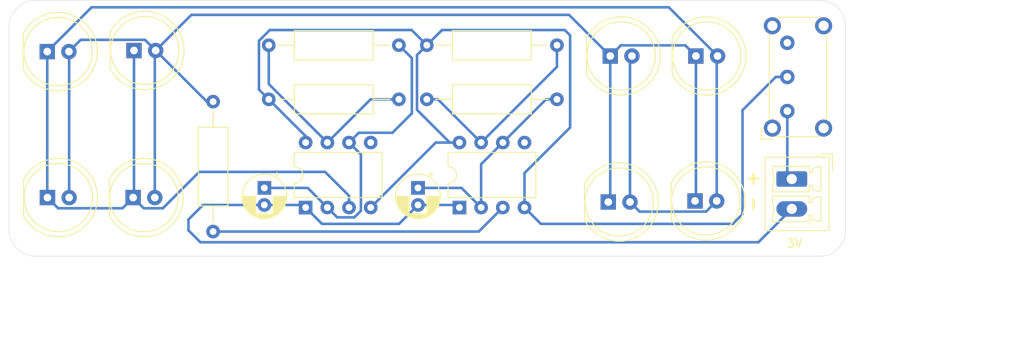
<source format=kicad_pcb>
(kicad_pcb (version 20211014) (generator pcbnew)
  (layers (0 "F.Cu" signal) (31 "B.Cu" signal) (34 "B.Paste" user) (35 "F.Paste" user) (36 "B.SilkS" user "B.Silkscreen") (37 "F.SilkS" user "F.Silkscreen") (38 "B.Mask" user) (39 "F.Mask" user) (44 "Edge.Cuts" user))
  (net 0 "")
  (net 1 "GND")
  (net 2 "Net-(BT1-Pad1)")
  (net 3 "Net-(C1-Pad1)")
  (net 4 "Net-(C2-Pad1)")
  (net 5 "Net-(D1-Pad2)")
  (net 6 "Net-(D1-Pad1)")
  (net 7 "VCC")
  (net 8 "Net-(R1-Pad1)")
  (net 9 "Net-(R3-Pad1)")
  (net 12 "Net-(R5-Pad1)")
  (footprint "Package_DIP:DIP-8_W7.62mm" (layer "F.Cu") (at 96.76279 114.29 90)
    (fp_text reference "U1" hide)
    (fp_text value "LM555xN")
    (fp_line (start 6.46 8.95) (end 6.46 -1.33) (layer "F.SilkS") (width 0.12))
    (fp_line (start 6.46 -1.33) (end 4.81 -1.33) (layer "F.SilkS") (width 0.12))
    (fp_line (start 1.16 -1.33) (end 1.16 8.95) (layer "F.SilkS") (width 0.12))
    (fp_line (start 1.16 8.95) (end 6.46 8.95) (layer "F.SilkS") (width 0.12))
    (fp_line (start 2.81 -1.33) (end 1.16 -1.33) (layer "F.SilkS") (width 0.12))
    (fp_arc (start 4.81 -1.33) (mid 3.81 -0.33) (end 2.81 -1.33) (layer "F.SilkS") (width 0.12))
    (pad "1" thru_hole rect (at 0 0 90) (size 1.6 1.6) (drill 0.8) (layers *.Cu *.Mask) (net 1 "GND"))
    (pad "2" thru_hole oval (at 0 2.54 90) (size 1.6 1.6) (drill 0.8) (layers *.Cu *.Mask) (net 3 "Net-(C1-Pad1)"))
    (pad "3" thru_hole oval (at 0 5.08 90) (size 1.6 1.6) (drill 0.8) (layers *.Cu *.Mask) (net 12 "Net-(R5-Pad1)"))
    (pad "4" thru_hole oval (at 0 7.62 90) (size 1.6 1.6) (drill 0.8) (layers *.Cu *.Mask) (net 7 "VCC"))
    (pad "5" thru_hole oval (at 7.62 7.62 90) (size 1.6 1.6) (drill 0.8) (layers *.Cu *.Mask))
    (pad "6" thru_hole oval (at 7.62 5.08 90) (size 1.6 1.6) (drill 0.8) (layers *.Cu *.Mask) (net 3 "Net-(C1-Pad1)"))
    (pad "7" thru_hole oval (at 7.62 2.54 90) (size 1.6 1.6) (drill 0.8) (layers *.Cu *.Mask) (net 8 "Net-(R1-Pad1)"))
    (pad "8" thru_hole oval (at 7.62 0 90) (size 1.6 1.6) (drill 0.8) (layers *.Cu *.Mask) (net 7 "VCC"))
  )
  (footprint "Capacitor_THT:CP_Radial_D5.0mm_P2.00mm" (layer "F.Cu") (at 91.91 111.99 -90)
    (fp_text reference "C1" hide)
    (fp_text value "100u")
    (fp_line (start 2.321 1.04) (end 2.321 2.224) (layer "F.SilkS") (width 0.12))
    (fp_line (start 1.2 1.04) (end 1.2 2.573) (layer "F.SilkS") (width 0.12))
    (fp_line (start 2.801 1.04) (end 2.801 1.864) (layer "F.SilkS") (width 0.12))
    (fp_line (start 3.401 -1.011) (end 3.401 1.011) (layer "F.SilkS") (width 0.12))
    (fp_line (start 2.241 1.04) (end 2.241 2.268) (layer "F.SilkS") (width 0.12))
    (fp_line (start 1.08 1.04) (end 1.08 2.579) (layer "F.SilkS") (width 0.12))
    (fp_line (start 1.52 1.04) (end 1.52 2.528) (layer "F.SilkS") (width 0.12))
    (fp_line (start 1.68 1.04) (end 1.68 2.491) (layer "F.SilkS") (width 0.12))
    (fp_line (start 3.601 -0.284) (end 3.601 0.284) (layer "F.SilkS") (width 0.12))
    (fp_line (start 2.201 1.04) (end 2.201 2.29) (layer "F.SilkS") (width 0.12))
    (fp_line (start 2.481 -2.122) (end 2.481 -1.04) (layer "F.SilkS") (width 0.12))
    (fp_line (start 1.56 -2.52) (end 1.56 -1.04) (layer "F.SilkS") (width 0.12))
    (fp_line (start 2.161 -2.31) (end 2.161 -1.04) (layer "F.SilkS") (width 0.12))
    (fp_line (start 3.241 -1.319) (end 3.241 1.319) (layer "F.SilkS") (width 0.12))
    (fp_line (start 1.961 1.04) (end 1.961 2.398) (layer "F.SilkS") (width 0.12))
    (fp_line (start 1.921 1.04) (end 1.921 2.414) (layer "F.SilkS") (width 0.12))
    (fp_line (start 1.881 1.04) (end 1.881 2.428) (layer "F.SilkS") (width 0.12))
    (fp_line (start 1.4 1.04) (end 1.4 2.55) (layer "F.SilkS") (width 0.12))
    (fp_line (start 1.721 1.04) (end 1.721 2.48) (layer "F.SilkS") (width 0.12))
    (fp_line (start 1.721 -2.48) (end 1.721 -1.04) (layer "F.SilkS") (width 0.12))
    (fp_line (start 1.24 -2.569) (end 1.24 -1.04) (layer "F.SilkS") (width 0.12))
    (fp_line (start 3.161 -1.443) (end 3.161 1.443) (layer "F.SilkS") (width 0.12))
    (fp_line (start 2.121 1.04) (end 2.121 2.329) (layer "F.SilkS") (width 0.12))
    (fp_line (start 2.121 -2.329) (end 2.121 -1.04) (layer "F.SilkS") (width 0.12))
    (fp_line (start 1.961 -2.398) (end 1.961 -1.04) (layer "F.SilkS") (width 0.12))
    (fp_line (start 2.841 1.04) (end 2.841 1.826) (layer "F.SilkS") (width 0.12))
    (fp_line (start 2.521 -2.095) (end 2.521 -1.04) (layer "F.SilkS") (width 0.12))
    (fp_line (start 1.16 1.04) (end 1.16 2.576) (layer "F.SilkS") (width 0.12))
    (fp_line (start 2.161 1.04) (end 2.161 2.31) (layer "F.SilkS") (width 0.12))
    (fp_line (start 1.32 1.04) (end 1.32 2.561) (layer "F.SilkS") (width 0.12))
    (fp_line (start 1.841 -2.442) (end 1.841 -1.04) (layer "F.SilkS") (width 0.12))
    (fp_line (start 2.201 -2.29) (end 2.201 -1.04) (layer "F.SilkS") (width 0.12))
    (fp_line (start 1.48 -2.536) (end 1.48 -1.04) (layer "F.SilkS") (width 0.12))
    (fp_line (start 2.001 -2.382) (end 2.001 -1.04) (layer "F.SilkS") (width 0.12))
    (fp_line (start 3.001 -1.653) (end 3.001 -1.04) (layer "F.SilkS") (width 0.12))
    (fp_line (start 2.601 -2.035) (end 2.601 -1.04) (layer "F.SilkS") (width 0.12))
    (fp_line (start 2.001 1.04) (end 2.001 2.382) (layer "F.SilkS") (width 0.12))
    (fp_line (start 3.201 -1.383) (end 3.201 1.383) (layer "F.SilkS") (width 0.12))
    (fp_line (start 2.321 -2.224) (end 2.321 -1.04) (layer "F.SilkS") (width 0.12))
    (fp_line (start 3.361 -1.098) (end 3.361 1.098) (layer "F.SilkS") (width 0.12))
    (fp_line (start 1.2 -2.573) (end 1.2 -1.04) (layer "F.SilkS") (width 0.12))
    (fp_line (start -1.554775 -1.725) (end -1.554775 -1.225) (layer "F.SilkS") (width 0.12))
    (fp_line (start 1.6 1.04) (end 1.6 2.511) (layer "F.SilkS") (width 0.12))
    (fp_line (start 2.081 1.04) (end 2.081 2.348) (layer "F.SilkS") (width 0.12))
    (fp_line (start 1.761 -2.468) (end 1.761 -1.04) (layer "F.SilkS") (width 0.12))
    (fp_line (start 1.841 1.04) (end 1.841 2.442) (layer "F.SilkS") (width 0.12))
    (fp_line (start 2.681 1.04) (end 2.681 1.971) (layer "F.SilkS") (width 0.12))
    (fp_line (start 1.52 -2.528) (end 1.52 -1.04) (layer "F.SilkS") (width 0.12))
    (fp_line (start 1.12 -2.578) (end 1.12 -1.04) (layer "F.SilkS") (width 0.12))
    (fp_line (start 2.761 1.04) (end 2.761 1.901) (layer "F.SilkS") (width 0.12))
    (fp_line (start 2.401 -2.175) (end 2.401 -1.04) (layer "F.SilkS") (width 0.12))
    (fp_line (start 1.24 1.04) (end 1.24 2.569) (layer "F.SilkS") (width 0.12))
    (fp_line (start 1.881 -2.428) (end 1.881 -1.04) (layer "F.SilkS") (width 0.12))
    (fp_line (start 1.04 -2.58) (end 1.04 -1.04) (layer "F.SilkS") (width 0.12))
    (fp_line (start 2.921 -1.743) (end 2.921 -1.04) (layer "F.SilkS") (width 0.12))
    (fp_line (start 2.921 1.04) (end 2.921 1.743) (layer "F.SilkS") (width 0.12))
    (fp_line (start 3.001 1.04) (end 3.001 1.653) (layer "F.SilkS") (width 0.12))
    (fp_line (start 2.561 -2.065) (end 2.561 -1.04) (layer "F.SilkS") (width 0.12))
    (fp_line (start 1.921 -2.414) (end 1.921 -1.04) (layer "F.SilkS") (width 0.12))
    (fp_line (start 2.881 -1.785) (end 2.881 -1.04) (layer "F.SilkS") (width 0.12))
    (fp_line (start 3.321 -1.178) (end 3.321 1.178) (layer "F.SilkS") (width 0.12))
    (fp_line (start 1.32 -2.561) (end 1.32 -1.04) (layer "F.SilkS") (width 0.12))
    (fp_line (start 2.081 -2.348) (end 2.081 -1.04) (layer "F.SilkS") (width 0.12))
    (fp_line (start 2.041 -2.365) (end 2.041 -1.04) (layer "F.SilkS") (width 0.12))
    (fp_line (start 3.441 -0.915) (end 3.441 0.915) (layer "F.SilkS") (width 0.12))
    (fp_line (start 3.521 -0.677) (end 3.521 0.677) (layer "F.SilkS") (width 0.12))
    (fp_line (start 1.801 1.04) (end 1.801 2.455) (layer "F.SilkS") (width 0.12))
    (fp_line (start 2.841 -1.826) (end 2.841 -1.04) (layer "F.SilkS") (width 0.12))
    (fp_line (start 2.761 -1.901) (end 2.761 -1.04) (layer "F.SilkS") (width 0.12))
    (fp_line (start 1.04 1.04) (end 1.04 2.58) (layer "F.SilkS") (width 0.12))
    (fp_line (start 1 1.04) (end 1 2.58) (layer "F.SilkS") (width 0.12))
    (fp_line (start 2.641 1.04) (end 2.641 2.004) (layer "F.SilkS") (width 0.12))
    (fp_line (start 2.961 -1.699) (end 2.961 -1.04) (layer "F.SilkS") (width 0.12))
    (fp_line (start 1.28 -2.565) (end 1.28 -1.04) (layer "F.SilkS") (width 0.12))
    (fp_line (start 1.761 1.04) (end 1.761 2.468) (layer "F.SilkS") (width 0.12))
    (fp_line (start 2.241 -2.268) (end 2.241 -1.04) (layer "F.SilkS") (width 0.12))
    (fp_line (start 1.48 1.04) (end 1.48 2.536) (layer "F.SilkS") (width 0.12))
    (fp_line (start 1.64 1.04) (end 1.64 2.501) (layer "F.SilkS") (width 0.12))
    (fp_line (start 1.36 1.04) (end 1.36 2.556) (layer "F.SilkS") (width 0.12))
    (fp_line (start 1.28 1.04) (end 1.28 2.565) (layer "F.SilkS") (width 0.12))
    (fp_line (start 1.56 1.04) (end 1.56 2.52) (layer "F.SilkS") (width 0.12))
    (fp_line (start 1.12 1.04) (end 1.12 2.578) (layer "F.SilkS") (width 0.12))
    (fp_line (start 3.041 -1.605) (end 3.041 1.605) (layer "F.SilkS") (width 0.12))
    (fp_line (start 1.36 -2.556) (end 1.36 -1.04) (layer "F.SilkS") (width 0.12))
    (fp_line (start 2.561 1.04) (end 2.561 2.065) (layer "F.SilkS") (width 0.12))
    (fp_line (start 1.68 -2.491) (end 1.68 -1.04) (layer "F.SilkS") (width 0.12))
    (fp_line (start 2.721 -1.937) (end 2.721 -1.04) (layer "F.SilkS") (width 0.12))
    (fp_line (start 1 -2.58) (end 1 -1.04) (layer "F.SilkS") (width 0.12))
    (fp_line (start 1.4 -2.55) (end 1.4 -1.04) (layer "F.SilkS") (width 0.12))
    (fp_line (start 2.681 -1.971) (end 2.681 -1.04) (layer "F.SilkS") (width 0.12))
    (fp_line (start 1.08 -2.579) (end 1.08 -1.04) (layer "F.SilkS") (width 0.12))
    (fp_line (start 2.721 1.04) (end 2.721 1.937) (layer "F.SilkS") (width 0.12))
    (fp_line (start 1.16 -2.576) (end 1.16 -1.04) (layer "F.SilkS") (width 0.12))
    (fp_line (start 3.561 -0.518) (end 3.561 0.518) (layer "F.SilkS") (width 0.12))
    (fp_line (start 2.361 -2.2) (end 2.361 -1.04) (layer "F.SilkS") (width 0.12))
    (fp_line (start 2.601 1.04) (end 2.601 2.035) (layer "F.SilkS") (width 0.12))
    (fp_line (start 2.641 -2.004) (end 2.641 -1.04) (layer "F.SilkS") (width 0.12))
    (fp_line (start 3.481 -0.805) (end 3.481 0.805) (layer "F.SilkS") (width 0.12))
    (fp_line (start 2.961 1.04) (end 2.961 1.699) (layer "F.SilkS") (width 0.12))
    (fp_line (start 2.441 -2.149) (end 2.441 -1.04) (layer "F.SilkS") (width 0.12))
    (fp_line (start 2.401 1.04) (end 2.401 2.175) (layer "F.SilkS") (width 0.12))
    (fp_line (start 2.521 1.04) (end 2.521 2.095) (layer "F.SilkS") (width 0.12))
    (fp_line (start 1.44 1.04) (end 1.44 2.543) (layer "F.SilkS") (width 0.12))
    (fp_line (start 2.281 1.04) (end 2.281 2.247) (layer "F.SilkS") (width 0.12))
    (fp_line (start 2.361 1.04) (end 2.361 2.2) (layer "F.SilkS") (width 0.12))
    (fp_line (start 2.281 -2.247) (end 2.281 -1.04) (layer "F.SilkS") (width 0.12))
    (fp_line (start 3.281 -1.251) (end 3.281 1.251) (layer "F.SilkS") (width 0.12))
    (fp_line (start 3.081 -1.554) (end 3.081 1.554) (layer "F.SilkS") (width 0.12))
    (fp_line (start 2.041 1.04) (end 2.041 2.365) (layer "F.SilkS") (width 0.12))
    (fp_line (start 1.64 -2.501) (end 1.64 -1.04) (layer "F.SilkS") (width 0.12))
    (fp_line (start 2.441 1.04) (end 2.441 2.149) (layer "F.SilkS") (width 0.12))
    (fp_line (start 3.121 -1.5) (end 3.121 1.5) (layer "F.SilkS") (width 0.12))
    (fp_line (start 1.44 -2.543) (end 1.44 -1.04) (layer "F.SilkS") (width 0.12))
    (fp_line (start 2.481 1.04) (end 2.481 2.122) (layer "F.SilkS") (width 0.12))
    (fp_line (start -1.804775 -1.475) (end -1.304775 -1.475) (layer "F.SilkS") (width 0.12))
    (fp_line (start 2.881 1.04) (end 2.881 1.785) (layer "F.SilkS") (width 0.12))
    (fp_line (start 1.6 -2.511) (end 1.6 -1.04) (layer "F.SilkS") (width 0.12))
    (fp_line (start 2.801 -1.864) (end 2.801 -1.04) (layer "F.SilkS") (width 0.12))
    (fp_line (start 1.801 -2.455) (end 1.801 -1.04) (layer "F.SilkS") (width 0.12))
    (fp_circle (center 1 0) (end 3.62 0) (layer "F.SilkS") (width 0.12) (fill none))
    (pad "1" thru_hole rect (at 0 0 270) (size 1.6 1.6) (drill 0.8) (layers *.Cu *.Mask) (net 3 "Net-(C1-Pad1)"))
    (pad "2" thru_hole circle (at 2 0 270) (size 1.6 1.6) (drill 0.8) (layers *.Cu *.Mask) (net 1 "GND"))
  )
  (footprint "Resistor_THT:R_Axial_DIN0309_L9.0mm_D3.2mm_P15.24mm_Horizontal" (layer "F.Cu") (at 108.18279 95.25 180)
    (fp_text reference "R1" hide)
    (fp_text value "4k7")
    (fp_line (start 12.24 -1.72) (end 3 -1.72) (layer "F.SilkS") (width 0.12))
    (fp_line (start 3 1.72) (end 12.24 1.72) (layer "F.SilkS") (width 0.12))
    (fp_line (start 14.2 0) (end 12.24 0) (layer "F.SilkS") (width 0.12))
    (fp_line (start 1.04 0) (end 3 0) (layer "F.SilkS") (width 0.12))
    (fp_line (start 12.24 1.72) (end 12.24 -1.72) (layer "F.SilkS") (width 0.12))
    (fp_line (start 3 -1.72) (end 3 1.72) (layer "F.SilkS") (width 0.12))
    (pad "1" thru_hole circle (at 0 0 180) (size 1.6 1.6) (drill 0.8) (layers *.Cu *.Mask) (net 8 "Net-(R1-Pad1)"))
    (pad "2" thru_hole oval (at 15.24 0 180) (size 1.6 1.6) (drill 0.8) (layers *.Cu *.Mask) (net 7 "VCC"))
  )
  (footprint "LED_THT:LED_D8.0mm" (layer "F.Cu") (at 58.643 95.873)
    (fp_text reference "D2" hide)
    (fp_text value "LED_ALT")
    (fp_line (start -2.79 -2.142) (end -2.79 2.142) (layer "F.SilkS") (width 0.12))
    (fp_arc (start -2.79 -2.141145) (mid 2.373119 -4.455472) (end 5.86 0.000486) (layer "F.SilkS") (width 0.12))
    (fp_arc (start 5.86 -0.000486) (mid 2.373119 4.455472) (end -2.79 2.141145) (layer "F.SilkS") (width 0.12))
    (fp_circle (center 1.27 0) (end 5.27 0) (layer "F.SilkS") (width 0.12) (fill none))
    (pad "1" thru_hole rect (at 0 0) (size 1.8 1.8) (drill 0.9) (layers *.Cu *.Mask) (net 6 "Net-(D1-Pad1)"))
    (pad "2" thru_hole circle (at 2.54 0) (size 1.8 1.8) (drill 0.9) (layers *.Cu *.Mask) (net 5 "Net-(D1-Pad2)"))
  )
  (footprint "LED_THT:LED_D8.0mm" (layer "F.Cu") (at 48.509 113.127)
    (fp_text reference "D5" hide)
    (fp_text value "LED_ALT")
    (fp_line (start -2.79 -2.142) (end -2.79 2.142) (layer "F.SilkS") (width 0.12))
    (fp_arc (start -2.79 -2.141145) (mid 2.373119 -4.455472) (end 5.86 0.000486) (layer "F.SilkS") (width 0.12))
    (fp_arc (start 5.86 -0.000486) (mid 2.373119 4.455472) (end -2.79 2.141145) (layer "F.SilkS") (width 0.12))
    (fp_circle (center 1.27 0) (end 5.27 0) (layer "F.SilkS") (width 0.12) (fill none))
    (pad "1" thru_hole rect (at 0 0) (size 1.8 1.8) (drill 0.9) (layers *.Cu *.Mask) (net 6 "Net-(D1-Pad1)"))
    (pad "2" thru_hole circle (at 2.54 0) (size 1.8 1.8) (drill 0.9) (layers *.Cu *.Mask) (net 5 "Net-(D1-Pad2)"))
  )
  (footprint "LED_THT:LED_D8.0mm" (layer "F.Cu") (at 58.542 113.127)
    (fp_text reference "D6" hide)
    (fp_text value "LED_ALT")
    (fp_line (start -2.79 -2.142) (end -2.79 2.142) (layer "F.SilkS") (width 0.12))
    (fp_arc (start 5.86 -0.000486) (mid 2.373119 4.455472) (end -2.79 2.141145) (layer "F.SilkS") (width 0.12))
    (fp_arc (start -2.79 -2.141145) (mid 2.373119 -4.455472) (end 5.86 0.000486) (layer "F.SilkS") (width 0.12))
    (fp_circle (center 1.27 0) (end 5.27 0) (layer "F.SilkS") (width 0.12) (fill none))
    (pad "1" thru_hole rect (at 0 0) (size 1.8 1.8) (drill 0.9) (layers *.Cu *.Mask) (net 6 "Net-(D1-Pad1)"))
    (pad "2" thru_hole circle (at 2.54 0) (size 1.8 1.8) (drill 0.9) (layers *.Cu *.Mask) (net 5 "Net-(D1-Pad2)"))
  )
  (footprint "Resistor_THT:R_Axial_DIN0309_L9.0mm_D3.2mm_P15.24mm_Horizontal" (layer "F.Cu") (at 92.94279 101.6)
    (fp_text reference "R2" hide)
    (fp_text value "4k7")
    (fp_line (start 1.04 0) (end 3 0) (layer "F.SilkS") (width 0.12))
    (fp_line (start 3 -1.72) (end 3 1.72) (layer "F.SilkS") (width 0.12))
    (fp_line (start 12.24 1.72) (end 12.24 -1.72) (layer "F.SilkS") (width 0.12))
    (fp_line (start 3 1.72) (end 12.24 1.72) (layer "F.SilkS") (width 0.12))
    (fp_line (start 12.24 -1.72) (end 3 -1.72) (layer "F.SilkS") (width 0.12))
    (fp_line (start 14.2 0) (end 12.24 0) (layer "F.SilkS") (width 0.12))
    (pad "1" thru_hole circle (at 0 0) (size 1.6 1.6) (drill 0.8) (layers *.Cu *.Mask) (net 8 "Net-(R1-Pad1)"))
    (pad "2" thru_hole oval (at 15.24 0) (size 1.6 1.6) (drill 0.8) (layers *.Cu *.Mask) (net 3 "Net-(C1-Pad1)"))
  )
  (footprint "Package_DIP:DIP-8_W7.62mm" (layer "F.Cu") (at 78.75 114.29 90)
    (fp_text reference "U2" hide)
    (fp_text value "LM555xN")
    (fp_line (start 2.81 -1.33) (end 1.16 -1.33) (layer "F.SilkS") (width 0.12))
    (fp_line (start 6.46 8.95) (end 6.46 -1.33) (layer "F.SilkS") (width 0.12))
    (fp_line (start 1.16 8.95) (end 6.46 8.95) (layer "F.SilkS") (width 0.12))
    (fp_line (start 1.16 -1.33) (end 1.16 8.95) (layer "F.SilkS") (width 0.12))
    (fp_line (start 6.46 -1.33) (end 4.81 -1.33) (layer "F.SilkS") (width 0.12))
    (fp_arc (start 4.81 -1.33) (mid 3.81 -0.33) (end 2.81 -1.33) (layer "F.SilkS") (width 0.12))
    (pad "1" thru_hole rect (at 0 0 90) (size 1.6 1.6) (drill 0.8) (layers *.Cu *.Mask) (net 1 "GND"))
    (pad "2" thru_hole oval (at 0 2.54 90) (size 1.6 1.6) (drill 0.8) (layers *.Cu *.Mask) (net 4 "Net-(C2-Pad1)"))
    (pad "3" thru_hole oval (at 0 5.08 90) (size 1.6 1.6) (drill 0.8) (layers *.Cu *.Mask) (net 6 "Net-(D1-Pad1)"))
    (pad "4" thru_hole oval (at 0 7.62 90) (size 1.6 1.6) (drill 0.8) (layers *.Cu *.Mask) (net 7 "VCC"))
    (pad "5" thru_hole oval (at 7.62 7.62 90) (size 1.6 1.6) (drill 0.8) (layers *.Cu *.Mask))
    (pad "6" thru_hole oval (at 7.62 5.08 90) (size 1.6 1.6) (drill 0.8) (layers *.Cu *.Mask) (net 4 "Net-(C2-Pad1)"))
    (pad "7" thru_hole oval (at 7.62 2.54 90) (size 1.6 1.6) (drill 0.8) (layers *.Cu *.Mask) (net 9 "Net-(R3-Pad1)"))
    (pad "8" thru_hole oval (at 7.62 0 90) (size 1.6 1.6) (drill 0.8) (layers *.Cu *.Mask) (net 7 "VCC"))
  )
  (footprint "LED_THT:LED_D8.0mm" (layer "F.Cu") (at 124.46 96.52)
    (fp_text reference "D4" hide)
    (fp_text value "LED_ALT")
    (fp_line (start -2.79 -2.142) (end -2.79 2.142) (layer "F.SilkS") (width 0.12))
    (fp_arc (start 5.86 -0.000486) (mid 2.373119 4.455472) (end -2.79 2.141145) (layer "F.SilkS") (width 0.12))
    (fp_arc (start -2.79 -2.141145) (mid 2.373119 -4.455472) (end 5.86 0.000486) (layer "F.SilkS") (width 0.12))
    (fp_circle (center 1.27 0) (end 5.27 0) (layer "F.SilkS") (width 0.12) (fill none))
    (pad "1" thru_hole rect (at 0 0) (size 1.8 1.8) (drill 0.9) (layers *.Cu *.Mask) (net 5 "Net-(D1-Pad2)"))
    (pad "2" thru_hole circle (at 2.54 0) (size 1.8 1.8) (drill 0.9) (layers *.Cu *.Mask) (net 6 "Net-(D1-Pad1)"))
  )
  (footprint "Capacitor_THT:CP_Radial_D5.0mm_P2.00mm" (layer "F.Cu") (at 73.91 111.99 -90)
    (fp_text reference "C2" hide)
    (fp_text value "10u")
    (fp_line (start 2.721 1.04) (end 2.721 1.937) (layer "F.SilkS") (width 0.12))
    (fp_line (start 1.32 1.04) (end 1.32 2.561) (layer "F.SilkS") (width 0.12))
    (fp_line (start 2.401 -2.175) (end 2.401 -1.04) (layer "F.SilkS") (width 0.12))
    (fp_line (start 2.121 1.04) (end 2.121 2.329) (layer "F.SilkS") (width 0.12))
    (fp_line (start 2.841 1.04) (end 2.841 1.826) (layer "F.SilkS") (width 0.12))
    (fp_line (start 3.561 -0.518) (end 3.561 0.518) (layer "F.SilkS") (width 0.12))
    (fp_line (start 1.68 -2.491) (end 1.68 -1.04) (layer "F.SilkS") (width 0.12))
    (fp_line (start 2.241 1.04) (end 2.241 2.268) (layer "F.SilkS") (width 0.12))
    (fp_line (start 1.68 1.04) (end 1.68 2.491) (layer "F.SilkS") (width 0.12))
    (fp_line (start 1.16 1.04) (end 1.16 2.576) (layer "F.SilkS") (width 0.12))
    (fp_line (start 2.881 -1.785) (end 2.881 -1.04) (layer "F.SilkS") (width 0.12))
    (fp_line (start 2.441 -2.149) (end 2.441 -1.04) (layer "F.SilkS") (width 0.12))
    (fp_line (start 1.2 -2.573) (end 1.2 -1.04) (layer "F.SilkS") (width 0.12))
    (fp_line (start 2.681 -1.971) (end 2.681 -1.04) (layer "F.SilkS") (width 0.12))
    (fp_line (start -1.554775 -1.725) (end -1.554775 -1.225) (layer "F.SilkS") (width 0.12))
    (fp_line (start 2.281 -2.247) (end 2.281 -1.04) (layer "F.SilkS") (width 0.12))
    (fp_line (start 1.64 -2.501) (end 1.64 -1.04) (layer "F.SilkS") (width 0.12))
    (fp_line (start 1.52 -2.528) (end 1.52 -1.04) (layer "F.SilkS") (width 0.12))
    (fp_line (start 3.401 -1.011) (end 3.401 1.011) (layer "F.SilkS") (width 0.12))
    (fp_line (start 2.561 1.04) (end 2.561 2.065) (layer "F.SilkS") (width 0.12))
    (fp_line (start 1.721 -2.48) (end 1.721 -1.04) (layer "F.SilkS") (width 0.12))
    (fp_line (start 1.961 1.04) (end 1.961 2.398) (layer "F.SilkS") (width 0.12))
    (fp_line (start 1.841 1.04) (end 1.841 2.442) (layer "F.SilkS") (width 0.12))
    (fp_line (start 2.681 1.04) (end 2.681 1.971) (layer "F.SilkS") (width 0.12))
    (fp_line (start 3.361 -1.098) (end 3.361 1.098) (layer "F.SilkS") (width 0.12))
    (fp_line (start 3.121 -1.5) (end 3.121 1.5) (layer "F.SilkS") (width 0.12))
    (fp_line (start 3.601 -0.284) (end 3.601 0.284) (layer "F.SilkS") (width 0.12))
    (fp_line (start 1.841 -2.442) (end 1.841 -1.04) (layer "F.SilkS") (width 0.12))
    (fp_line (start 1.08 1.04) (end 1.08 2.579) (layer "F.SilkS") (width 0.12))
    (fp_line (start -1.804775 -1.475) (end -1.304775 -1.475) (layer "F.SilkS") (width 0.12))
    (fp_line (start 2.761 -1.901) (end 2.761 -1.04) (layer "F.SilkS") (width 0.12))
    (fp_line (start 1.36 -2.556) (end 1.36 -1.04) (layer "F.SilkS") (width 0.12))
    (fp_line (start 1.48 1.04) (end 1.48 2.536) (layer "F.SilkS") (width 0.12))
    (fp_line (start 2.361 -2.2) (end 2.361 -1.04) (layer "F.SilkS") (width 0.12))
    (fp_line (start 1.801 1.04) (end 1.801 2.455) (layer "F.SilkS") (width 0.12))
    (fp_line (start 1.881 -2.428) (end 1.881 -1.04) (layer "F.SilkS") (width 0.12))
    (fp_line (start 1.32 -2.561) (end 1.32 -1.04) (layer "F.SilkS") (width 0.12))
    (fp_line (start 2.961 1.04) (end 2.961 1.699) (layer "F.SilkS") (width 0.12))
    (fp_line (start 2.641 -2.004) (end 2.641 -1.04) (layer "F.SilkS") (width 0.12))
    (fp_line (start 1.28 1.04) (end 1.28 2.565) (layer "F.SilkS") (width 0.12))
    (fp_line (start 2.041 -2.365) (end 2.041 -1.04) (layer "F.SilkS") (width 0.12))
    (fp_line (start 1.761 -2.468) (end 1.761 -1.04) (layer "F.SilkS") (width 0.12))
    (fp_line (start 2.521 1.04) (end 2.521 2.095) (layer "F.SilkS") (width 0.12))
    (fp_line (start 2.201 1.04) (end 2.201 2.29) (layer "F.SilkS") (width 0.12))
    (fp_line (start 1.4 -2.55) (end 1.4 -1.04) (layer "F.SilkS") (width 0.12))
    (fp_line (start 3.321 -1.178) (end 3.321 1.178) (layer "F.SilkS") (width 0.12))
    (fp_line (start 2.401 1.04) (end 2.401 2.175) (layer "F.SilkS") (width 0.12))
    (fp_line (start 2.961 -1.699) (end 2.961 -1.04) (layer "F.SilkS") (width 0.12))
    (fp_line (start 1.28 -2.565) (end 1.28 -1.04) (layer "F.SilkS") (width 0.12))
    (fp_line (start 2.521 -2.095) (end 2.521 -1.04) (layer "F.SilkS") (width 0.12))
    (fp_line (start 1.4 1.04) (end 1.4 2.55) (layer "F.SilkS") (width 0.12))
    (fp_line (start 2.801 -1.864) (end 2.801 -1.04) (layer "F.SilkS") (width 0.12))
    (fp_line (start 3.161 -1.443) (end 3.161 1.443) (layer "F.SilkS") (width 0.12))
    (fp_line (start 2.161 -2.31) (end 2.161 -1.04) (layer "F.SilkS") (width 0.12))
    (fp_line (start 3.481 -0.805) (end 3.481 0.805) (layer "F.SilkS") (width 0.12))
    (fp_line (start 3.081 -1.554) (end 3.081 1.554) (layer "F.SilkS") (width 0.12))
    (fp_line (start 3.001 -1.653) (end 3.001 -1.04) (layer "F.SilkS") (width 0.12))
    (fp_line (start 1.6 -2.511) (end 1.6 -1.04) (layer "F.SilkS") (width 0.12))
    (fp_line (start 1.801 -2.455) (end 1.801 -1.04) (layer "F.SilkS") (width 0.12))
    (fp_line (start 2.041 1.04) (end 2.041 2.365) (layer "F.SilkS") (width 0.12))
    (fp_line (start 1.12 -2.578) (end 1.12 -1.04) (layer "F.SilkS") (width 0.12))
    (fp_line (start 2.241 -2.268) (end 2.241 -1.04) (layer "F.SilkS") (width 0.12))
    (fp_line (start 3.201 -1.383) (end 3.201 1.383) (layer "F.SilkS") (width 0.12))
    (fp_line (start 2.481 1.04) (end 2.481 2.122) (layer "F.SilkS") (width 0.12))
    (fp_line (start 2.081 1.04) (end 2.081 2.348) (layer "F.SilkS") (width 0.12))
    (fp_line (start 2.601 -2.035) (end 2.601 -1.04) (layer "F.SilkS") (width 0.12))
    (fp_line (start 3.041 -1.605) (end 3.041 1.605) (layer "F.SilkS") (width 0.12))
    (fp_line (start 1.48 -2.536) (end 1.48 -1.04) (layer "F.SilkS") (width 0.12))
    (fp_line (start 1.56 -2.52) (end 1.56 -1.04) (layer "F.SilkS") (width 0.12))
    (fp_line (start 1.24 1.04) (end 1.24 2.569) (layer "F.SilkS") (width 0.12))
    (fp_line (start 3.241 -1.319) (end 3.241 1.319) (layer "F.SilkS") (width 0.12))
    (fp_line (start 2.601 1.04) (end 2.601 2.035) (layer "F.SilkS") (width 0.12))
    (fp_line (start 1.16 -2.576) (end 1.16 -1.04) (layer "F.SilkS") (width 0.12))
    (fp_line (start 3.001 1.04) (end 3.001 1.653) (layer "F.SilkS") (width 0.12))
    (fp_line (start 2.001 -2.382) (end 2.001 -1.04) (layer "F.SilkS") (width 0.12))
    (fp_line (start 1.44 1.04) (end 1.44 2.543) (layer "F.SilkS") (width 0.12))
    (fp_line (start 1.921 1.04) (end 1.921 2.414) (layer "F.SilkS") (width 0.12))
    (fp_line (start 1.961 -2.398) (end 1.961 -1.04) (layer "F.SilkS") (width 0.12))
    (fp_line (start 2.761 1.04) (end 2.761 1.901) (layer "F.SilkS") (width 0.12))
    (fp_line (start 2.121 -2.329) (end 2.121 -1.04) (layer "F.SilkS") (width 0.12))
    (fp_line (start 2.201 -2.29) (end 2.201 -1.04) (layer "F.SilkS") (width 0.12))
    (fp_line (start 2.281 1.04) (end 2.281 2.247) (layer "F.SilkS") (width 0.12))
    (fp_line (start 2.921 -1.743) (end 2.921 -1.04) (layer "F.SilkS") (width 0.12))
    (fp_line (start 1.24 -2.569) (end 1.24 -1.04) (layer "F.SilkS") (width 0.12))
    (fp_line (start 1.761 1.04) (end 1.761 2.468) (layer "F.SilkS") (width 0.12))
    (fp_line (start 1.881 1.04) (end 1.881 2.428) (layer "F.SilkS") (width 0.12))
    (fp_line (start 2.841 -1.826) (end 2.841 -1.04) (layer "F.SilkS") (width 0.12))
    (fp_line (start 3.281 -1.251) (end 3.281 1.251) (layer "F.SilkS") (width 0.12))
    (fp_line (start 2.001 1.04) (end 2.001 2.382) (layer "F.SilkS") (width 0.12))
    (fp_line (start 1.56 1.04) (end 1.56 2.52) (layer "F.SilkS") (width 0.12))
    (fp_line (start 2.441 1.04) (end 2.441 2.149) (layer "F.SilkS") (width 0.12))
    (fp_line (start 1.04 -2.58) (end 1.04 -1.04) (layer "F.SilkS") (width 0.12))
    (fp_line (start 1 1.04) (end 1 2.58) (layer "F.SilkS") (width 0.12))
    (fp_line (start 1.64 1.04) (end 1.64 2.501) (layer "F.SilkS") (width 0.12))
    (fp_line (start 3.521 -0.677) (end 3.521 0.677) (layer "F.SilkS") (width 0.12))
    (fp_line (start 2.361 1.04) (end 2.361 2.2) (layer "F.SilkS") (width 0.12))
    (fp_line (start 2.321 1.04) (end 2.321 2.224) (layer "F.SilkS") (width 0.12))
    (fp_line (start 2.801 1.04) (end 2.801 1.864) (layer "F.SilkS") (width 0.12))
    (fp_line (start 2.161 1.04) (end 2.161 2.31) (layer "F.SilkS") (width 0.12))
    (fp_line (start 1.36 1.04) (end 1.36 2.556) (layer "F.SilkS") (width 0.12))
    (fp_line (start 1.04 1.04) (end 1.04 2.58) (layer "F.SilkS") (width 0.12))
    (fp_line (start 2.881 1.04) (end 2.881 1.785) (layer "F.SilkS") (width 0.12))
    (fp_line (start 1.52 1.04) (end 1.52 2.528) (layer "F.SilkS") (width 0.12))
    (fp_line (start 1.921 -2.414) (end 1.921 -1.04) (layer "F.SilkS") (width 0.12))
    (fp_line (start 2.081 -2.348) (end 2.081 -1.04) (layer "F.SilkS") (width 0.12))
    (fp_line (start 1.6 1.04) (end 1.6 2.511) (layer "F.SilkS") (width 0.12))
    (fp_line (start 2.561 -2.065) (end 2.561 -1.04) (layer "F.SilkS") (width 0.12))
    (fp_line (start 2.921 1.04) (end 2.921 1.743) (layer "F.SilkS") (width 0.12))
    (fp_line (start 1 -2.58) (end 1 -1.04) (layer "F.SilkS") (width 0.12))
    (fp_line (start 2.321 -2.224) (end 2.321 -1.04) (layer "F.SilkS") (width 0.12))
    (fp_line (start 3.441 -0.915) (end 3.441 0.915) (layer "F.SilkS") (width 0.12))
    (fp_line (start 1.08 -2.579) (end 1.08 -1.04) (layer "F.SilkS") (width 0.12))
    (fp_line (start 2.641 1.04) (end 2.641 2.004) (layer "F.SilkS") (width 0.12))
    (fp_line (start 1.12 1.04) (end 1.12 2.578) (layer "F.SilkS") (width 0.12))
    (fp_line (start 1.721 1.04) (end 1.721 2.48) (layer "F.SilkS") (width 0.12))
    (fp_line (start 2.481 -2.122) (end 2.481 -1.04) (layer "F.SilkS") (width 0.12))
    (fp_line (start 2.721 -1.937) (end 2.721 -1.04) (layer "F.SilkS") (width 0.12))
    (fp_line (start 1.44 -2.543) (end 1.44 -1.04) (layer "F.SilkS") (width 0.12))
    (fp_line (start 1.2 1.04) (end 1.2 2.573) (layer "F.SilkS") (width 0.12))
    (fp_circle (center 1 0) (end 3.62 0) (layer "F.SilkS") (width 0.12) (fill none))
    (pad "1" thru_hole rect (at 0 0 270) (size 1.6 1.6) (drill 0.8) (layers *.Cu *.Mask) (net 4 "Net-(C2-Pad1)"))
    (pad "2" thru_hole circle (at 2 0 270) (size 1.6 1.6) (drill 0.8) (layers *.Cu *.Mask) (net 1 "GND"))
  )
  (footprint "Resistor_THT:R_Axial_DIN0309_L9.0mm_D3.2mm_P15.24mm_Horizontal" (layer "F.Cu") (at 74.43 95.25)
    (fp_text reference "R4" hide)
    (fp_text value "4k7")
    (fp_line (start 3 1.72) (end 12.24 1.72) (layer "F.SilkS") (width 0.12))
    (fp_line (start 1.04 0) (end 3 0) (layer "F.SilkS") (width 0.12))
    (fp_line (start 12.24 -1.72) (end 3 -1.72) (layer "F.SilkS") (width 0.12))
    (fp_line (start 14.2 0) (end 12.24 0) (layer "F.SilkS") (width 0.12))
    (fp_line (start 3 -1.72) (end 3 1.72) (layer "F.SilkS") (width 0.12))
    (fp_line (start 12.24 1.72) (end 12.24 -1.72) (layer "F.SilkS") (width 0.12))
    (pad "1" thru_hole circle (at 0 0) (size 1.6 1.6) (drill 0.8) (layers *.Cu *.Mask) (net 9 "Net-(R3-Pad1)"))
    (pad "2" thru_hole oval (at 15.24 0) (size 1.6 1.6) (drill 0.8) (layers *.Cu *.Mask) (net 4 "Net-(C2-Pad1)"))
  )
  (footprint "LED_THT:LED_D8.0mm" (layer "F.Cu") (at 114.199 113.647)
    (fp_text reference "D7" hide)
    (fp_text value "LED_ALT")
    (fp_line (start -2.79 -2.142) (end -2.79 2.142) (layer "F.SilkS") (width 0.12))
    (fp_arc (start 5.86 -0.000486) (mid 2.373119 4.455472) (end -2.79 2.141145) (layer "F.SilkS") (width 0.12))
    (fp_arc (start -2.79 -2.141145) (mid 2.373119 -4.455472) (end 5.86 0.000486) (layer "F.SilkS") (width 0.12))
    (fp_circle (center 1.27 0) (end 5.27 0) (layer "F.SilkS") (width 0.12) (fill none))
    (pad "1" thru_hole rect (at 0 0) (size 1.8 1.8) (drill 0.9) (layers *.Cu *.Mask) (net 5 "Net-(D1-Pad2)"))
    (pad "2" thru_hole circle (at 2.54 0) (size 1.8 1.8) (drill 0.9) (layers *.Cu *.Mask) (net 6 "Net-(D1-Pad1)"))
  )
  (footprint "Resistor_THT:R_Axial_DIN0309_L9.0mm_D3.2mm_P15.24mm_Horizontal" (layer "F.Cu") (at 89.67 101.6 180)
    (fp_text reference "R3" hide)
    (fp_text value "4k7")
    (fp_line (start 1.04 0) (end 3 0) (layer "F.SilkS") (width 0.12))
    (fp_line (start 3 1.72) (end 12.24 1.72) (layer "F.SilkS") (width 0.12))
    (fp_line (start 12.24 -1.72) (end 3 -1.72) (layer "F.SilkS") (width 0.12))
    (fp_line (start 14.2 0) (end 12.24 0) (layer "F.SilkS") (width 0.12))
    (fp_line (start 12.24 1.72) (end 12.24 -1.72) (layer "F.SilkS") (width 0.12))
    (fp_line (start 3 -1.72) (end 3 1.72) (layer "F.SilkS") (width 0.12))
    (pad "1" thru_hole circle (at 0 0 180) (size 1.6 1.6) (drill 0.8) (layers *.Cu *.Mask) (net 9 "Net-(R3-Pad1)"))
    (pad "2" thru_hole oval (at 15.24 0 180) (size 1.6 1.6) (drill 0.8) (layers *.Cu *.Mask) (net 7 "VCC"))
  )
  (footprint "Connector_Phoenix_MC:PhoenixContact_MCV_1,5_2-G-3.5_1x02_P3.50mm_Vertical" (layer "F.Cu") (at 135.69 110.95 -90)
    (fp_text reference "BT1" hide)
    (fp_text value "Battery")
    (fp_line (start 2 -3.4) (end 5 -3.4) (layer "F.SilkS") (width 0.12))
    (fp_line (start 4.25 -2.05) (end 5 -2.05) (layer "F.SilkS") (width 0.12))
    (fp_line (start -0.75 -2.05) (end -0.75 -2.4) (layer "F.SilkS") (width 0.12))
    (fp_line (start -1.5 -2.05) (end -0.75 -2.05) (layer "F.SilkS") (width 0.12))
    (fp_line (start -0.75 2.25) (end -1.5 2.25) (layer "F.SilkS") (width 0.12))
    (fp_line (start 4.75 -2.4) (end 4.25 -2.4) (layer "F.SilkS") (width 0.12))
    (fp_line (start -1.5 2.25) (end -1.5 -2.05) (layer "F.SilkS") (width 0.12))
    (fp_line (start -0.75 -2.4) (end -1.25 -2.4) (layer "F.SilkS") (width 0.12))
    (fp_line (start 1.5 2.25) (end 0.75 2.25) (layer "F.SilkS") (width 0.12))
    (fp_line (start 2.75 -2.05) (end 2.75 -2.4) (layer "F.SilkS") (width 0.12))
    (fp_line (start 2 -2.05) (end 2.75 -2.05) (layer "F.SilkS") (width 0.12))
    (fp_line (start -2.95 -3.5) (end -2.95 -4.75) (layer "F.SilkS") (width 0.12))
    (fp_line (start 5 -3.4) (end 4.75 -2.4) (layer "F.SilkS") (width 0.12))
    (fp_line (start 6.06 3.11) (end 6.06 -4.36) (layer "F.SilkS") (width 0.12))
    (fp_line (start 4.25 -2.4) (end 4.25 -2.05) (layer "F.SilkS") (width 0.12))
    (fp_line (start -2.95 -4.75) (end -0.95 -4.75) (layer "F.SilkS") (width 0.12))
    (fp_line (start 1.25 -2.4) (end 0.75 -2.4) (layer "F.SilkS") (width 0.12))
    (fp_line (start 0.75 -2.4) (end 0.75 -2.05) (layer "F.SilkS") (width 0.12))
    (fp_line (start 2.75 -2.4) (end 2.25 -2.4) (layer "F.SilkS") (width 0.12))
    (fp_line (start -2.56 3.11) (end 6.06 3.11) (layer "F.SilkS") (width 0.12))
    (fp_line (start 6.06 -4.36) (end -2.56 -4.36) (layer "F.SilkS") (width 0.12))
    (fp_line (start -1.25 -2.4) (end -1.5 -3.4) (layer "F.SilkS") (width 0.12))
    (fp_line (start 2.25 -2.4) (end 2 -3.4) (layer "F.SilkS") (width 0.12))
    (fp_line (start -2.56 -4.36) (end -2.56 3.11) (layer "F.SilkS") (width 0.12))
    (fp_line (start 5 -2.05) (end 5 2.25) (layer "F.SilkS") (width 0.12))
    (fp_line (start 0.75 -2.05) (end 1.5 -2.05) (layer "F.SilkS") (width 0.12))
    (fp_line (start 1.5 -2.05) (end 1.5 2.25) (layer "F.SilkS") (width 0.12))
    (fp_line (start 5 2.25) (end 4.25 2.25) (layer "F.SilkS") (width 0.12))
    (fp_line (start 2.75 2.25) (end 2 2.25) (layer "F.SilkS") (width 0.12))
    (fp_line (start -1.5 -3.4) (end 1.5 -3.4) (layer "F.SilkS") (width 0.12))
    (fp_line (start 2 2.25) (end 2 -2.05) (layer "F.SilkS") (width 0.12))
    (fp_line (start 1.5 -3.4) (end 1.25 -2.4) (layer "F.SilkS") (width 0.12))
    (fp_arc (start -0.75 2.25) (mid -0.000193 2.09191) (end 0.749647 2.249844) (layer "F.SilkS") (width 0.12))
    (fp_arc (start 2.75 2.25) (mid 3.499807 2.09191) (end 4.249647 2.249844) (layer "F.SilkS") (width 0.12))
    (pad "1" thru_hole roundrect (at 0 0 270) (size 1.8 3.6) (drill 1.2) (layers *.Cu *.Mask) (roundrect_rratio 0.138889) (net 2 "Net-(BT1-Pad1)"))
    (pad "2" thru_hole oval (at 3.5 0 270) (size 1.8 3.6) (drill 1.2) (layers *.Cu *.Mask) (net 1 "GND"))
  )
  (footprint "Resistor_THT:R_Axial_DIN0309_L9.0mm_D3.2mm_P15.24mm_Horizontal" (layer "F.Cu") (at 67.91 117.11 90)
    (fp_text reference "R5" hide)
    (fp_text value "100")
    (fp_line (start 3 1.72) (end 12.24 1.72) (layer "F.SilkS") (width 0.12))
    (fp_line (start 3 -1.72) (end 3 1.72) (layer "F.SilkS") (width 0.12))
    (fp_line (start 14.2 0) (end 12.24 0) (layer "F.SilkS") (width 0.12))
    (fp_line (start 12.24 -1.72) (end 3 -1.72) (layer "F.SilkS") (width 0.12))
    (fp_line (start 1.04 0) (end 3 0) (layer "F.SilkS") (width 0.12))
    (fp_line (start 12.24 1.72) (end 12.24 -1.72) (layer "F.SilkS") (width 0.12))
    (pad "1" thru_hole circle (at 0 0 90) (size 1.6 1.6) (drill 0.8) (layers *.Cu *.Mask) (net 12 "Net-(R5-Pad1)"))
    (pad "2" thru_hole oval (at 15.24 0 90) (size 1.6 1.6) (drill 0.8) (layers *.Cu *.Mask) (net 5 "Net-(D1-Pad2)"))
  )
  (footprint "LED_THT:LED_D8.0mm" (layer "F.Cu") (at 48.483 96)
    (fp_text reference "D1" hide)
    (fp_text value "LED_ALT")
    (fp_line (start -2.79 -2.142) (end -2.79 2.142) (layer "F.SilkS") (width 0.12))
    (fp_arc (start 5.86 -0.000486) (mid 2.373119 4.455472) (end -2.79 2.141145) (layer "F.SilkS") (width 0.12))
    (fp_arc (start -2.79 -2.141145) (mid 2.373119 -4.455472) (end 5.86 0.000486) (layer "F.SilkS") (width 0.12))
    (fp_circle (center 1.27 0) (end 5.27 0) (layer "F.SilkS") (width 0.12) (fill none))
    (pad "1" thru_hole rect (at 0 0) (size 1.8 1.8) (drill 0.9) (layers *.Cu *.Mask) (net 6 "Net-(D1-Pad1)"))
    (pad "2" thru_hole circle (at 2.54 0) (size 1.8 1.8) (drill 0.9) (layers *.Cu *.Mask) (net 5 "Net-(D1-Pad2)"))
  )
  (footprint "Button_Switch_THT:SW_E-Switch_EG1224_SPDT_Angled" (layer "F.Cu") (at 135.1675 102.975 90)
    (fp_text reference "SW1" hide)
    (fp_text value "SW_SPST")
    (fp_line (start -0.95 -2.1) (end 8.95 -2.1) (layer "F.SilkS") (width 0.12))
    (fp_line (start 11 -1.35) (end 11 3.85) (layer "F.SilkS") (width 0.12))
    (fp_line (start -3.3 -3.05) (end -2 -3.05) (layer "F.SilkS") (width 0.12))
    (fp_line (start 8.95 4.6) (end -0.95 4.6) (layer "F.SilkS") (width 0.12))
    (fp_line (start -3 3.85) (end -3 -1.35) (layer "F.SilkS") (width 0.12))
    (fp_line (start -3.3 -1.75) (end -3.3 -3.05) (layer "F.SilkS") (width 0.12))
    (pad "" thru_hole circle (at -2 4.25 90) (size 2 2) (drill 1.2) (layers *.Cu *.Mask))
    (pad "" thru_hole circle (at 10 4.25 90) (size 2 2) (drill 1.2) (layers *.Cu *.Mask))
    (pad "" thru_hole circle (at -2 -1.75 90) (size 2 2) (drill 1.2) (layers *.Cu *.Mask))
    (pad "" thru_hole circle (at 10 -1.75 90) (size 2 2) (drill 1.2) (layers *.Cu *.Mask))
    (pad "1" thru_hole circle (at 0 0 90) (size 1.7 1.7) (drill 0.9) (layers *.Cu *.Mask) (net 2 "Net-(BT1-Pad1)"))
    (pad "2" thru_hole circle (at 4 0 90) (size 1.7 1.7) (drill 0.9) (layers *.Cu *.Mask) (net 7 "VCC"))
    (pad "3" thru_hole circle (at 8 0 90) (size 1.7 1.7) (drill 0.9) (layers *.Cu *.Mask))
  )
  (footprint "LED_THT:LED_D8.0mm" (layer "F.Cu") (at 114.427 96.52)
    (fp_text reference "D3" hide)
    (fp_text value "LED_ALT")
    (fp_line (start -2.79 -2.142) (end -2.79 2.142) (layer "F.SilkS") (width 0.12))
    (fp_arc (start -2.79 -2.141145) (mid 2.373119 -4.455472) (end 5.86 0.000486) (layer "F.SilkS") (width 0.12))
    (fp_arc (start 5.86 -0.000486) (mid 2.373119 4.455472) (end -2.79 2.141145) (layer "F.SilkS") (width 0.12))
    (fp_circle (center 1.27 0) (end 5.27 0) (layer "F.SilkS") (width 0.12) (fill none))
    (pad "1" thru_hole rect (at 0 0) (size 1.8 1.8) (drill 0.9) (layers *.Cu *.Mask) (net 5 "Net-(D1-Pad2)"))
    (pad "2" thru_hole circle (at 2.54 0) (size 1.8 1.8) (drill 0.9) (layers *.Cu *.Mask) (net 6 "Net-(D1-Pad1)"))
  )
  (footprint "LED_THT:LED_D8.0mm" (layer "F.Cu") (at 124.359 113.52)
    (fp_text reference "D8" hide)
    (fp_text value "LED_ALT")
    (fp_line (start -2.79 -2.142) (end -2.79 2.142) (layer "F.SilkS") (width 0.12))
    (fp_arc (start -2.79 -2.141145) (mid 2.373119 -4.455472) (end 5.86 0.000486) (layer "F.SilkS") (width 0.12))
    (fp_arc (start 5.86 -0.000486) (mid 2.373119 4.455472) (end -2.79 2.141145) (layer "F.SilkS") (width 0.12))
    (fp_circle (center 1.27 0) (end 5.27 0) (layer "F.SilkS") (width 0.12) (fill none))
    (pad "1" thru_hole rect (at 0 0) (size 1.8 1.8) (drill 0.9) (layers *.Cu *.Mask) (net 5 "Net-(D1-Pad2)"))
    (pad "2" thru_hole circle (at 2.54 0) (size 1.8 1.8) (drill 0.9) (layers *.Cu *.Mask) (net 6 "Net-(D1-Pad1)"))
  )
  (gr_arc (start 139 90) (mid 141.12132 90.87868) (end 142 93) (layer "Edge.Cuts") (width 0.05))
  (gr_line (start 142 93) (end 142 117.000001) (layer "Edge.Cuts") (width 0.05))
  (gr_line (start 44 116.999999) (end 44 93) (layer "Edge.Cuts") (width 0.05))
  (gr_arc (start 44 93) (mid 44.913226 90.913226) (end 47 90) (layer "Edge.Cuts") (width 0.05))
  (gr_arc (start 47 120) (mid 44.913226 119.086773) (end 44 116.999999) (layer "Edge.Cuts") (width 0.05))
  (gr_line (start 139 120) (end 47 120) (layer "Edge.Cuts") (width 0.05))
  (gr_line (start 47 90) (end 139 90) (layer "Edge.Cuts") (width 0.05))
  (gr_arc (start 142 117.000001) (mid 141.121318 119.121318) (end 139 120) (layer "Edge.Cuts") (width 0.05))
  (gr_text "3V" (at 136.017 118.491) (layer "F.SilkS") (effects (font (size 1 1))))
  (gr_text "+ -" (at 131.318 112.395 270) (layer "F.SilkS") (effects (font (size 1.5 1.5) (thickness 0.3))))
  (segment (start 89.695 116.205) (end 91.91 113.99) (width 0.3) (layer "B.Cu") (net 1))
  (segment (start 78.45 113.99) (end 73.91 113.99) (width 0.3) (layer "B.Cu") (net 1))
  (segment (start 96.46279 113.99) (end 96.76279 114.29) (width 0.3) (layer "B.Cu") (net 1))
  (segment (start 135.69 114.45) (end 131.776 118.364) (width 0.3) (layer "B.Cu") (net 1))
  (segment (start 65.024 115.697) (end 66.731 113.99) (width 0.3) (layer "B.Cu") (net 1))
  (segment (start 66.731 113.99) (end 73.91 113.99) (width 0.3) (layer "B.Cu") (net 1))
  (segment (start 78.75 114.29) (end 78.45 113.99) (width 0.3) (layer "B.Cu") (net 1))
  (segment (start 65.024 116.967) (end 66.421 118.364) (width 0.3) (layer "B.Cu") (net 1))
  (segment (start 131.776 118.364) (end 66.421 118.364) (width 0.3) (layer "B.Cu") (net 1))
  (segment (start 65.024 115.697) (end 65.024 116.967) (width 0.3) (layer "B.Cu") (net 1))
  (segment (start 91.91 113.99) (end 96.46279 113.99) (width 0.3) (layer "B.Cu") (net 1))
  (segment (start 80.665 116.205) (end 89.695 116.205) (width 0.3) (layer "B.Cu") (net 1))
  (segment (start 78.75 114.29) (end 80.665 116.205) (width 0.3) (layer "B.Cu") (net 1))
  (segment (start 135.69 110.95) (end 135.1675 110.4275) (width 0.3) (layer "B.Cu") (net 2))
  (segment (start 135.1675 110.4275) (end 135.1675 102.975) (width 0.3) (layer "B.Cu") (net 2))
  (segment (start 99.30279 109.21) (end 101.84279 106.67) (width 0.3) (layer "B.Cu") (net 3))
  (segment (start 106.91279 101.6) (end 108.18279 101.6) (width 0.3) (layer "B.Cu") (net 3))
  (segment (start 101.84279 106.67) (end 106.91279 101.6) (width 0.3) (layer "B.Cu") (net 3))
  (segment (start 99.30279 114.29) (end 99.30279 109.21) (width 0.3) (layer "B.Cu") (net 3))
  (segment (start 97.00279 111.99) (end 99.30279 114.29) (width 0.3) (layer "B.Cu") (net 3))
  (segment (start 91.91 111.99) (end 97.00279 111.99) (width 0.3) (layer "B.Cu") (net 3))
  (segment (start 91.186 103.251) (end 88.917 105.52) (width 0.3) (layer "B.Cu") (net 4))
  (segment (start 85.2205 114.6775) (end 85.2205 108.0605) (width 0.3) (layer "B.Cu") (net 4))
  (segment (start 89.67 95.25) (end 91.186 96.766) (width 0.3) (layer "B.Cu") (net 4))
  (segment (start 81.29 114.29) (end 82.443 115.443) (width 0.3) (layer "B.Cu") (net 4))
  (segment (start 85.2205 108.0605) (end 83.83 106.67) (width 0.3) (layer "B.Cu") (net 4))
  (segment (start 73.91 111.99) (end 78.99 111.99) (width 0.3) (layer "B.Cu") (net 4))
  (segment (start 84.98 105.52) (end 83.83 106.67) (width 0.3) (layer "B.Cu") (net 4))
  (segment (start 88.917 105.52) (end 84.98 105.52) (width 0.3) (layer "B.Cu") (net 4))
  (segment (start 91.186 96.766) (end 91.186 103.251) (width 0.3) (layer "B.Cu") (net 4))
  (segment (start 82.443 115.443) (end 84.455 115.443) (width 0.3) (layer "B.Cu") (net 4))
  (segment (start 84.455 115.443) (end 85.2205 114.6775) (width 0.3) (layer "B.Cu") (net 4))
  (segment (start 78.99 111.99) (end 81.29 114.29) (width 0.3) (layer "B.Cu") (net 4))
  (segment (start 61.082 95.974) (end 61.183 95.873) (width 0.3) (layer "B.Cu") (net 5))
  (segment (start 61.183 95.873) (end 67.18 101.87) (width 0.3) (layer "B.Cu") (net 5))
  (segment (start 59.933 94.623) (end 61.183 95.873) (width 0.3) (layer "B.Cu") (net 5))
  (segment (start 67.18 101.87) (end 67.91 101.87) (width 0.3) (layer "B.Cu") (net 5))
  (segment (start 51.049 113.127) (end 51.049 96.026) (width 0.3) (layer "B.Cu") (net 5))
  (segment (start 114.427 113.419) (end 114.199 113.647) (width 0.3) (layer "B.Cu") (net 5))
  (segment (start 114.427 96.52) (end 115.677 95.27) (width 0.3) (layer "B.Cu") (net 5))
  (segment (start 115.677 95.27) (end 123.21 95.27) (width 0.3) (layer "B.Cu") (net 5))
  (segment (start 51.049 96.026) (end 51.023 96) (width 0.3) (layer "B.Cu") (net 5))
  (segment (start 124.46 113.419) (end 124.359 113.52) (width 0.3) (layer "B.Cu") (net 5))
  (segment (start 114.427 96.52) (end 114.427 113.419) (width 0.3) (layer "B.Cu") (net 5))
  (segment (start 61.082 113.127) (end 61.082 95.974) (width 0.3) (layer "B.Cu") (net 5))
  (segment (start 52.4 94.623) (end 59.933 94.623) (width 0.3) (layer "B.Cu") (net 5))
  (segment (start 109.601 91.694) (end 114.427 96.52) (width 0.3) (layer "B.Cu") (net 5))
  (segment (start 124.46 96.52) (end 124.46 113.419) (width 0.3) (layer "B.Cu") (net 5))
  (segment (start 123.21 95.27) (end 124.46 96.52) (width 0.3) (layer "B.Cu") (net 5))
  (segment (start 51.023 96) (end 52.4 94.623) (width 0.3) (layer "B.Cu") (net 5))
  (segment (start 65.362 91.694) (end 109.601 91.694) (width 0.3) (layer "B.Cu") (net 5))
  (segment (start 61.183 95.873) (end 65.362 91.694) (width 0.3) (layer "B.Cu") (net 5))
  (segment (start 48.483 96) (end 48.483 113.101) (width 0.3) (layer "B.Cu") (net 6))
  (segment (start 121.285 90.805) (end 53.678 90.805) (width 0.3) (layer "B.Cu") (net 6))
  (segment (start 116.739 113.647) (end 117.862 114.77) (width 0.3) (layer "B.Cu") (net 6))
  (segment (start 53.678 90.805) (end 48.483 96) (width 0.3) (layer "B.Cu") (net 6))
  (segment (start 48.509 113.127) (end 49.759 114.377) (width 0.3) (layer "B.Cu") (net 6))
  (segment (start 62.026 114.377) (end 66.294 110.109) (width 0.3) (layer "B.Cu") (net 6))
  (segment (start 58.643 113.026) (end 58.542 113.127) (width 0.3) (layer "B.Cu") (net 6))
  (segment (start 49.759 114.377) (end 57.292 114.377) (width 0.3) (layer "B.Cu") (net 6))
  (segment (start 125.649 114.77) (end 126.899 113.52) (width 0.3) (layer "B.Cu") (net 6))
  (segment (start 116.739 96.748) (end 116.967 96.52) (width 0.3) (layer "B.Cu") (net 6))
  (segment (start 66.294 110.109) (end 81.026 110.109) (width 0.3) (layer "B.Cu") (net 6))
  (segment (start 116.739 113.647) (end 116.739 96.748) (width 0.3) (layer "B.Cu") (net 6))
  (segment (start 59.792 114.377) (end 62.026 114.377) (width 0.3) (layer "B.Cu") (net 6))
  (segment (start 126.899 96.621) (end 127 96.52) (width 0.3) (layer "B.Cu") (net 6))
  (segment (start 83.83 112.913) (end 83.83 114.29) (width 0.3) (layer "B.Cu") (net 6))
  (segment (start 127 96.52) (end 121.285 90.805) (width 0.3) (layer "B.Cu") (net 6))
  (segment (start 57.292 114.377) (end 58.542 113.127) (width 0.3) (layer "B.Cu") (net 6))
  (segment (start 81.026 110.109) (end 83.83 112.913) (width 0.3) (layer "B.Cu") (net 6))
  (segment (start 58.643 95.873) (end 58.643 113.026) (width 0.3) (layer "B.Cu") (net 6))
  (segment (start 58.542 113.127) (end 59.792 114.377) (width 0.3) (layer "B.Cu") (net 6))
  (segment (start 126.899 113.52) (end 126.899 96.621) (width 0.3) (layer "B.Cu") (net 6))
  (segment (start 117.862 114.77) (end 125.649 114.77) (width 0.3) (layer "B.Cu") (net 6))
  (segment (start 48.483 113.101) (end 48.509 113.127) (width 0.3) (layer "B.Cu") (net 6))
  (segment (start 109.728 104.902) (end 109.728 94.107) (width 0.3) (layer "B.Cu") (net 7))
  (segment (start 104.38279 114.29) (end 104.38279 110.24721) (width 0.3) (layer "B.Cu") (net 7))
  (segment (start 78.75 105.92) (end 78.75 106.67) (width 0.3) (layer "B.Cu") (net 7))
  (segment (start 129.921 102.87) (end 129.921 115.062) (width 0.3) (layer "B.Cu") (net 7))
  (segment (start 91.79279 96.4) (end 91.79279 102.83137) (width 0.3) (layer "B.Cu") (net 7))
  (segment (start 86.37 114.29) (end 93.99 106.67) (width 0.3) (layer "B.Cu") (net 7))
  (segment (start 129.921 115.062) (end 128.778 116.205) (width 0.3) (layer "B.Cu") (net 7))
  (segment (start 93.99 106.67) (end 96.76279 106.67) (width 0.3) (layer "B.Cu") (net 7))
  (segment (start 106.29779 116.205) (end 104.38279 114.29) (width 0.3) (layer "B.Cu") (net 7))
  (segment (start 94.72079 93.472) (end 92.94279 95.25) (width 0.3) (layer "B.Cu") (net 7))
  (segment (start 74.43 101.6) (end 78.75 105.92) (width 0.3) (layer "B.Cu") (net 7))
  (segment (start 73.28 94.741) (end 74.549 93.472) (width 0.3) (layer "B.Cu") (net 7))
  (segment (start 91.79279 102.83137) (end 95.63142 106.67) (width 0.3) (layer "B.Cu") (net 7))
  (segment (start 95.63142 106.67) (end 96.76279 106.67) (width 0.3) (layer "B.Cu") (net 7))
  (segment (start 73.28 100.45) (end 73.28 94.741) (width 0.3) (layer "B.Cu") (net 7))
  (segment (start 74.549 93.472) (end 91.16479 93.472) (width 0.3) (layer "B.Cu") (net 7))
  (segment (start 109.728 94.107) (end 109.093 93.472) (width 0.3) (layer "B.Cu") (net 7))
  (segment (start 74.43 101.6) (end 73.28 100.45) (width 0.3) (layer "B.Cu") (net 7))
  (segment (start 135.1675 98.975) (end 133.816 98.975) (width 0.3) (layer "B.Cu") (net 7))
  (segment (start 128.778 116.205) (end 106.29779 116.205) (width 0.3) (layer "B.Cu") (net 7))
  (segment (start 133.816 98.975) (end 129.921 102.87) (width 0.3) (layer "B.Cu") (net 7))
  (segment (start 104.38279 110.24721) (end 109.728 104.902) (width 0.3) (layer "B.Cu") (net 7))
  (segment (start 91.16479 93.472) (end 92.94279 95.25) (width 0.3) (layer "B.Cu") (net 7))
  (segment (start 92.94279 95.25) (end 91.79279 96.4) (width 0.3) (layer "B.Cu") (net 7))
  (segment (start 109.093 93.472) (end 94.72079 93.472) (width 0.3) (layer "B.Cu") (net 7))
  (segment (start 108.18279 95.25) (end 108.18279 97.79) (width 0.3) (layer "B.Cu") (net 8))
  (segment (start 92.94279 101.6) (end 94.23279 101.6) (width 0.3) (layer "B.Cu") (net 8))
  (segment (start 94.23279 101.6) (end 99.30279 106.67) (width 0.3) (layer "B.Cu") (net 8))
  (segment (start 108.18279 97.79) (end 99.30279 106.67) (width 0.3) (layer "B.Cu") (net 8))
  (segment (start 89.67 101.6) (end 86.36 101.6) (width 0.3) (layer "B.Cu") (net 9))
  (segment (start 74.43 95.25) (end 74.43 99.81) (width 0.3) (layer "B.Cu") (net 9))
  (segment (start 74.43 99.81) (end 81.29 106.67) (width 0.3) (layer "B.Cu") (net 9))
  (segment (start 86.36 101.6) (end 81.29 106.67) (width 0.3) (layer "B.Cu") (net 9))
  (segment (start 101.84279 114.29) (end 99.02279 117.11) (width 0.3) (layer "B.Cu") (net 12))
  (segment (start 99.02279 117.11) (end 67.91 117.11) (width 0.3) (layer "B.Cu") (net 12))
)
</source>
